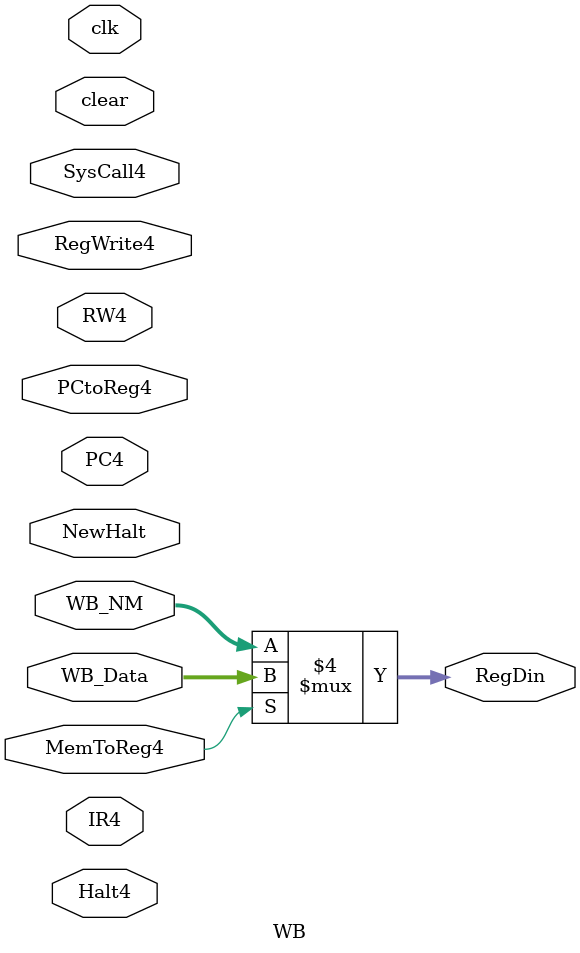
<source format=v>
`timescale 1ns / 1ps

module WB (
    input clk,
    input clear,
    input NewHalt,
    input SysCall4,
    input Halt4,
    input MemToReg4,
    input wire [31:0] WB_NM,
    input wire [31:0] WB_Data,
    input wire [31:0] PC4,
    input wire [31:0] IR4,
    input RegWrite4,
    input wire [4:0] RW4,
    input PCtoReg4,
    output reg [31:0] RegDin
);

    always @* begin
        if (MemToReg4 == 1) begin
            RegDin <= WB_Data;
        end
        else begin
            RegDin <= WB_NM;
        end
    end

endmodule


</source>
